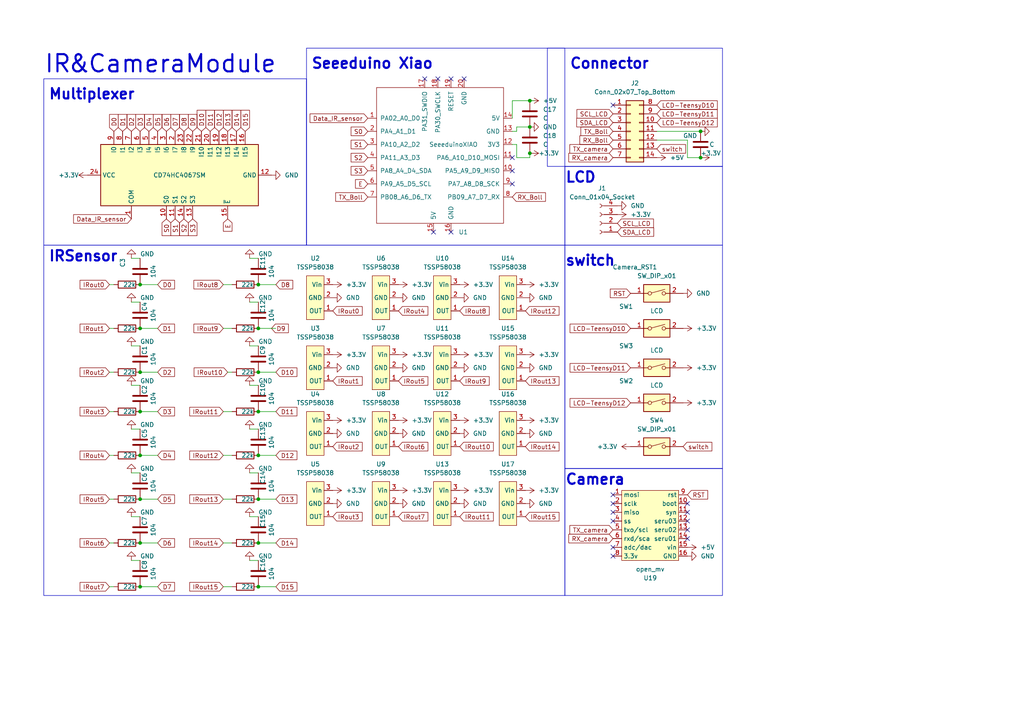
<source format=kicad_sch>
(kicad_sch (version 20230121) (generator eeschema)
  (paper "A4")
  (lib_symbols
    (symbol "74xx:CD74HC4067SM"
      (property "Reference" "U" (at -8.89 22.86 0))
      (property "Value" "CD74HC4067SM" (at 1.27 22.86 0))
      (symbol "CD74HC4067SM_1_1"
        (pin passive line (at -12.7 12.7 0) (length 3.81) (name "COM") (number "1"))
        (pin input line (at -12.7 2.54 0) (length 3.81) (name "S0") (number "10"))
        (pin input line (at -12.7 0 0) (length 3.81) (name "S1") (number "11"))
        (pin power_in line (at 0 -27.94 90) (length 3.81) (name "GND") (number "12"))
        (pin input line (at -12.7 -5.08 0) (length 3.81) (name "S3") (number "13"))
        (pin input line (at -12.7 -2.54 0) (length 3.81) (name "S2") (number "14"))
        (pin input line (at -12.7 -15.24 0) (length 3.81) (name "~{E}") (number "15"))
        (pin passive line (at 12.7 -20.32 180) (length 3.81) (name "I15") (number "16"))
        (pin passive line (at 12.7 -17.78 180) (length 3.81) (name "I14") (number "17"))
        (pin passive line (at 12.7 -15.24 180) (length 3.81) (name "I13") (number "18"))
        (pin passive line (at 12.7 -12.7 180) (length 3.81) (name "I12") (number "19"))
        (pin passive line (at 12.7 0 180) (length 3.81) (name "I7") (number "2"))
        (pin passive line (at 12.7 -10.16 180) (length 3.81) (name "I11") (number "20"))
        (pin passive line (at 12.7 -7.62 180) (length 3.81) (name "I10") (number "21"))
        (pin passive line (at 12.7 -5.08 180) (length 3.81) (name "I9") (number "22"))
        (pin passive line (at 12.7 -2.54 180) (length 3.81) (name "I8") (number "23"))
        (pin power_in line (at 0 25.4 270) (length 3.81) (name "VCC") (number "24"))
        (pin passive line (at 12.7 2.54 180) (length 3.81) (name "I6") (number "3"))
        (pin passive line (at 12.7 5.08 180) (length 3.81) (name "I5") (number "4"))
        (pin passive line (at 12.7 7.62 180) (length 3.81) (name "I4") (number "5"))
        (pin passive line (at 12.7 10.16 180) (length 3.81) (name "I3") (number "6"))
        (pin passive line (at 12.7 12.7 180) (length 3.81) (name "I2") (number "7"))
        (pin passive line (at 12.7 15.24 180) (length 3.81) (name "I1") (number "8"))
        (pin passive line (at 12.7 17.78 180) (length 3.81) (name "I0") (number "9"))
      )
    )
    (symbol "Connector:Conn_01x04_Socket" (pin_names (offset 1.016) hide)
      (property "Reference" "J" (at 0 5.08 0))
      (property "Value" "Conn_01x04_Socket" (at 0 -7.62 0))
      (symbol "Conn_01x04_Socket_1_1"
        (pin passive line (at -5.08 2.54 0) (length 3.81) (name "Pin_1") (number "1"))
        (pin passive line (at -5.08 0 0) (length 3.81) (name "Pin_2") (number "2"))
        (pin passive line (at -5.08 -2.54 0) (length 3.81) (name "Pin_3") (number "3"))
        (pin passive line (at -5.08 -5.08 0) (length 3.81) (name "Pin_4") (number "4"))
      )
    )
    (symbol "Connector_Generic:Conn_02x07_Top_Bottom" (pin_names (offset 1.016) hide)
      (property "Reference" "J" (at 1.27 10.16 0))
      (property "Value" "Conn_02x07_Top_Bottom" (at 1.27 -10.16 0))
      (symbol "Conn_02x07_Top_Bottom_1_1"
        (pin passive line (at -5.08 7.62 0) (length 3.81) (name "Pin_1") (number "1"))
        (pin passive line (at 7.62 2.54 180) (length 3.81) (name "Pin_10") (number "10"))
        (pin passive line (at 7.62 0 180) (length 3.81) (name "Pin_11") (number "11"))
        (pin passive line (at 7.62 -2.54 180) (length 3.81) (name "Pin_12") (number "12"))
        (pin passive line (at 7.62 -5.08 180) (length 3.81) (name "Pin_13") (number "13"))
        (pin passive line (at 7.62 -7.62 180) (length 3.81) (name "Pin_14") (number "14"))
        (pin passive line (at -5.08 5.08 0) (length 3.81) (name "Pin_2") (number "2"))
        (pin passive line (at -5.08 2.54 0) (length 3.81) (name "Pin_3") (number "3"))
        (pin passive line (at -5.08 0 0) (length 3.81) (name "Pin_4") (number "4"))
        (pin passive line (at -5.08 -2.54 0) (length 3.81) (name "Pin_5") (number "5"))
        (pin passive line (at -5.08 -5.08 0) (length 3.81) (name "Pin_6") (number "6"))
        (pin passive line (at -5.08 -7.62 0) (length 3.81) (name "Pin_7") (number "7"))
        (pin passive line (at 7.62 7.62 180) (length 3.81) (name "Pin_8") (number "8"))
        (pin passive line (at 7.62 5.08 180) (length 3.81) (name "Pin_9") (number "9"))
      )
    )
    (symbol "Device:C" (pin_numbers hide) (pin_names (offset 0.254))
      (property "Reference" "C" (at 0.635 2.54 0))
      (property "Value" "C" (at 0.635 -2.54 0))
      (symbol "C_1_1"
        (pin passive line (at 0 3.81 270) (length 2.794) (name "~") (number "1"))
        (pin passive line (at 0 -3.81 90) (length 2.794) (name "~") (number "2"))
      )
    )
    (symbol "Device:R" (pin_numbers hide) (pin_names (offset 0))
      (property "Reference" "R" (at 2.032 0 90))
      (property "Value" "R" (at 0 0 90))
      (symbol "R_1_1"
        (pin passive line (at 0 3.81 270) (length 1.27) (name "~") (number "1"))
        (pin passive line (at 0 -3.81 90) (length 1.27) (name "~") (number "2"))
      )
    )
    (symbol "Seeeduino XIAO:SeeeduinoXIAO" (pin_names (offset 1.016))
      (property "Reference" "U" (at -19.05 22.86 0))
      (property "Value" "SeeeduinoXIAO" (at -12.7 21.59 0))
      (symbol "SeeeduinoXIAO_1_1"
        (pin unspecified line (at -21.59 11.43 0) (length 2.54) (name "PA02_A0_D0") (number "1"))
        (pin unspecified line (at 20.32 -3.81 180) (length 2.54) (name "PA5_A9_D9_MISO") (number "10"))
        (pin unspecified line (at 20.32 0 180) (length 2.54) (name "PA6_A10_D10_MOSI") (number "11"))
        (pin unspecified line (at 20.32 3.81 180) (length 2.54) (name "3V3") (number "12"))
        (pin unspecified line (at 20.32 7.62 180) (length 2.54) (name "GND") (number "13"))
        (pin unspecified line (at 20.32 11.43 180) (length 2.54) (name "5V") (number "14"))
        (pin input line (at -2.54 -21.59 90) (length 2.54) (name "5V") (number "15"))
        (pin input line (at 2.54 -21.59 90) (length 2.54) (name "GND") (number "16"))
        (pin input line (at -5.08 22.86 270) (length 2.54) (name "PA31_SWDIO") (number "17"))
        (pin input line (at -1.27 22.86 270) (length 2.54) (name "PA30_SWCLK") (number "18"))
        (pin input line (at 2.54 22.86 270) (length 2.54) (name "RESET") (number "19"))
        (pin unspecified line (at -21.59 7.62 0) (length 2.54) (name "PA4_A1_D1") (number "2"))
        (pin input line (at 6.35 22.86 270) (length 2.54) (name "GND") (number "20"))
        (pin unspecified line (at -21.59 3.81 0) (length 2.54) (name "PA10_A2_D2") (number "3"))
        (pin unspecified line (at -21.59 0 0) (length 2.54) (name "PA11_A3_D3") (number "4"))
        (pin unspecified line (at -21.59 -3.81 0) (length 2.54) (name "PA8_A4_D4_SDA") (number "5"))
        (pin unspecified line (at -21.59 -7.62 0) (length 2.54) (name "PA9_A5_D5_SCL") (number "6"))
        (pin unspecified line (at -21.59 -11.43 0) (length 2.54) (name "PB08_A6_D6_TX") (number "7"))
        (pin unspecified line (at 20.32 -11.43 180) (length 2.54) (name "PB09_A7_D7_RX") (number "8"))
        (pin unspecified line (at 20.32 -7.62 180) (length 2.54) (name "PA7_A8_D8_SCK") (number "9"))
      )
    )
    (symbol "Switch:SW_DIP_x01" (pin_names (offset 0) hide)
      (property "Reference" "SW" (at 0 3.81 0))
      (property "Value" "SW_DIP_x01" (at 0 -3.81 0))
      (symbol "SW_DIP_x01_1_1"
        (pin passive line (at -7.62 0 0) (length 5.08) (name "~") (number "1"))
        (pin passive line (at 7.62 0 180) (length 5.08) (name "~") (number "2"))
      )
    )
    (symbol "TSSP58038_2"
      (property "Reference" "U2" (at 11.43 2.54 90))
      (property "Value" "TSSP58038" (at 8.89 2.54 90))
      (symbol "TSSP58038_2_1_1"
        (pin output line (at -3.81 -2.54 90) (length 2.54) (name "OUT") (number "1"))
        (pin input line (at 0 -2.54 90) (length 2.54) (name "GND") (number "2"))
        (pin power_in line (at 3.81 -2.54 90) (length 2.54) (name "Vin") (number "3"))
      )
    )
    (symbol "open_mv:open_mv"
      (property "Reference" "U19" (at -0.635 -25.4 0))
      (property "Value" "open_mv" (at -0.635 -22.86 0))
      (symbol "open_mv_1_0"
        (pin bidirectional line (at 10.16 -8.89 180) (length 2.54) (name "seru03") (number "12"))
      )
      (symbol "open_mv_1_1"
        (pin bidirectional line (at -11.43 -1.27 0) (length 2.54) (name "mosi") (number "1"))
        (pin bidirectional line (at 10.16 -3.81 180) (length 2.54) (name "boot") (number "10"))
        (pin bidirectional line (at 10.16 -6.35 180) (length 2.54) (name "syn") (number "11"))
        (pin bidirectional line (at 10.16 -11.43 180) (length 2.54) (name "seru02") (number "13"))
        (pin bidirectional line (at 10.16 -13.97 180) (length 2.54) (name "seru01") (number "14"))
        (pin power_out line (at 10.16 -16.51 180) (length 2.54) (name "vin") (number "15"))
        (pin bidirectional line (at 10.16 -19.05 180) (length 2.54) (name "GND") (number "16"))
        (pin bidirectional line (at -11.43 -3.81 0) (length 2.54) (name "sclk") (number "2"))
        (pin bidirectional line (at -11.43 -6.35 0) (length 2.54) (name "miso") (number "3"))
        (pin bidirectional line (at -11.43 -8.89 0) (length 2.54) (name "ss") (number "4"))
        (pin bidirectional line (at -11.43 -11.43 0) (length 2.54) (name "txo/scl") (number "5"))
        (pin bidirectional line (at -11.43 -13.97 0) (length 2.54) (name "rxd/sca") (number "6"))
        (pin bidirectional line (at -11.43 -16.51 0) (length 2.54) (name "adc/dac") (number "7"))
        (pin power_out line (at -11.43 -19.05 0) (length 2.54) (name "3.3v") (number "8"))
        (pin bidirectional line (at 10.16 -1.27 180) (length 2.54) (name "rst") (number "9"))
      )
    )
    (symbol "power:+3.3V" (power) (pin_names (offset 0))
      (property "Value" "+3.3V" (at 0 3.556 0))
      (symbol "+3.3V_1_1"
        (pin power_in line (at 0 0 90) (length 0) hide (name "+3.3V") (number "1"))
      )
    )
    (symbol "power:+5V" (power) (pin_names (offset 0))
      (property "Value" "+5V" (at 0 3.556 0))
      (symbol "+5V_1_1"
        (pin power_in line (at 0 0 90) (length 0) hide (name "+5V") (number "1"))
      )
    )
    (symbol "power:GND" (power) (pin_names (offset 0))
      (property "Value" "GND" (at 0 -3.81 0))
      (symbol "GND_1_1"
        (pin power_in line (at 0 0 270) (length 0) hide (name "GND") (number "1"))
      )
    )
  )
  (junction (at 74.93 82.55))
  (junction (at 74.93 170.18))
  (junction (at 74.93 144.78))
  (junction (at 153.67 44.45))
  (junction (at 153.67 29.21))
  (junction (at 74.93 157.48))
  (junction (at 40.64 107.95))
  (junction (at 40.64 119.38))
  (junction (at 40.64 157.48))
  (junction (at 40.64 132.08))
  (junction (at 74.93 119.38))
  (junction (at 40.64 170.18))
  (junction (at 74.93 95.25))
  (junction (at 153.67 36.83))
  (junction (at 203.2 45.72))
  (junction (at 40.64 95.25))
  (junction (at 40.64 144.78))
  (junction (at 74.93 107.95))
  (junction (at 74.93 132.08))
  (junction (at 203.2 38.1))
  (junction (at 40.64 82.55))
  (no_connect (at 199.39 153.67))
  (no_connect (at 130.81 67.31))
  (no_connect (at 134.62 22.86))
  (no_connect (at 177.8 161.29))
  (no_connect (at 148.59 53.34))
  (no_connect (at 177.8 148.59))
  (no_connect (at 130.81 22.86))
  (no_connect (at 148.59 49.53))
  (no_connect (at 199.39 148.59))
  (no_connect (at 177.8 30.48))
  (no_connect (at 177.8 146.05))
  (no_connect (at 127 22.86))
  (no_connect (at 177.8 158.75))
  (no_connect (at 148.59 45.72))
  (no_connect (at 199.39 146.05))
  (no_connect (at 125.73 67.31))
  (no_connect (at 177.8 143.51))
  (no_connect (at 199.39 156.21))
  (no_connect (at 199.39 151.13))
  (no_connect (at 177.8 151.13))
  (no_connect (at 123.19 22.86))
  (wire (pts (xy 31.75 107.95) (xy 33.02 107.95)))
  (wire (pts (xy 149.86 41.91) (xy 149.86 45.72)))
  (wire (pts (xy 64.77 132.08) (xy 67.31 132.08)))
  (wire (pts (xy 31.75 132.08) (xy 33.02 132.08)))
  (wire (pts (xy 74.93 157.48) (xy 80.01 157.48)))
  (wire (pts (xy 149.86 38.1) (xy 148.59 38.1)))
  (wire (pts (xy 38.1 137.16) (xy 40.64 137.16)))
  (wire (pts (xy 31.75 170.18) (xy 33.02 170.18)))
  (wire (pts (xy 148.59 41.91) (xy 149.86 41.91)))
  (wire (pts (xy 64.77 157.48) (xy 67.31 157.48)))
  (wire (pts (xy 72.39 100.33) (xy 74.93 100.33)))
  (wire (pts (xy 74.93 132.08) (xy 80.01 132.08)))
  (wire (pts (xy 64.77 144.78) (xy 67.31 144.78)))
  (wire (pts (xy 72.39 137.16) (xy 74.93 137.16)))
  (wire (pts (xy 38.1 87.63) (xy 40.64 87.63)))
  (wire (pts (xy 64.77 95.25) (xy 67.31 95.25)))
  (wire (pts (xy 31.75 144.78) (xy 33.02 144.78)))
  (wire (pts (xy 199.39 40.64) (xy 199.39 45.72)))
  (wire (pts (xy 64.77 119.38) (xy 67.31 119.38)))
  (wire (pts (xy 38.1 100.33) (xy 40.64 100.33)))
  (wire (pts (xy 74.93 95.25) (xy 80.01 95.25)))
  (wire (pts (xy 38.1 111.76) (xy 40.64 111.76)))
  (wire (pts (xy 40.64 157.48) (xy 45.72 157.48)))
  (wire (pts (xy 40.64 170.18) (xy 45.72 170.18)))
  (wire (pts (xy 40.64 82.55) (xy 45.72 82.55)))
  (wire (pts (xy 148.59 29.21) (xy 153.67 29.21)))
  (wire (pts (xy 38.1 74.93) (xy 40.64 74.93)))
  (wire (pts (xy 72.39 74.93) (xy 74.93 74.93)))
  (wire (pts (xy 40.64 119.38) (xy 45.72 119.38)))
  (wire (pts (xy 72.39 162.56) (xy 74.93 162.56)))
  (wire (pts (xy 154.94 29.21) (xy 153.67 29.21)))
  (wire (pts (xy 38.1 162.56) (xy 40.64 162.56)))
  (wire (pts (xy 31.75 82.55) (xy 33.02 82.55)))
  (wire (pts (xy 190.5 40.64) (xy 199.39 40.64)))
  (wire (pts (xy 74.93 144.78) (xy 80.01 144.78)))
  (wire (pts (xy 148.59 29.21) (xy 148.59 34.29)))
  (wire (pts (xy 38.1 149.86) (xy 40.64 149.86)))
  (wire (pts (xy 149.86 36.83) (xy 149.86 38.1)))
  (wire (pts (xy 72.39 124.46) (xy 74.93 124.46)))
  (wire (pts (xy 66.04 107.95) (xy 67.31 107.95)))
  (wire (pts (xy 40.64 107.95) (xy 45.72 107.95)))
  (wire (pts (xy 74.93 107.95) (xy 80.01 107.95)))
  (wire (pts (xy 74.93 82.55) (xy 80.01 82.55)))
  (wire (pts (xy 153.67 36.83) (xy 149.86 36.83)))
  (wire (pts (xy 40.64 95.25) (xy 45.72 95.25)))
  (wire (pts (xy 38.1 124.46) (xy 40.64 124.46)))
  (wire (pts (xy 31.75 119.38) (xy 33.02 119.38)))
  (wire (pts (xy 64.77 170.18) (xy 67.31 170.18)))
  (wire (pts (xy 74.93 119.38) (xy 80.01 119.38)))
  (wire (pts (xy 72.39 111.76) (xy 74.93 111.76)))
  (wire (pts (xy 64.77 82.55) (xy 67.31 82.55)))
  (wire (pts (xy 199.39 45.72) (xy 203.2 45.72)))
  (wire (pts (xy 40.64 144.78) (xy 45.72 144.78)))
  (wire (pts (xy 153.67 45.72) (xy 153.67 44.45)))
  (wire (pts (xy 149.86 45.72) (xy 153.67 45.72)))
  (wire (pts (xy 40.64 132.08) (xy 45.72 132.08)))
  (wire (pts (xy 72.39 149.86) (xy 74.93 149.86)))
  (wire (pts (xy 190.5 38.1) (xy 203.2 38.1)))
  (wire (pts (xy 72.39 87.63) (xy 74.93 87.63)))
  (wire (pts (xy 31.75 95.25) (xy 33.02 95.25)))
  (wire (pts (xy 31.75 157.48) (xy 33.02 157.48)))
  (wire (pts (xy 74.93 170.18) (xy 80.01 170.18)))
  (rectangle (start 163.83 71.12) (end 209.55 135.89))
  (rectangle (start 158.75 13.97) (end 209.55 48.26))
  (rectangle (start 12.7 71.12) (end 163.83 172.72))
  (rectangle (start 12.7 22.86) (end 88.9 71.12))
  (rectangle (start 88.9 13.97) (end 163.83 71.12))
  (rectangle (start 163.83 135.89) (end 209.55 172.72))
  (rectangle (start 163.83 48.26) (end 209.55 71.12))
  (text "LCD\n" (at 163.83 53.34 0) (effects (font (size 3 3) (thickness 0.6) bold) (justify left bottom)))
  (text "switch\n" (at 163.83 77.47 0) (effects (font (size 3 3) (thickness 0.6) bold) (justify left bottom)))
  (text "Multiplexer\n" (at 13.97 29.21 0) (effects (font (size 3 3) (thickness 0.6) bold) (justify left bottom)))
  (text "Camera" (at 163.83 140.97 0) (effects (font (size 3 3) (thickness 0.6) bold) (justify left bottom)))
  (text "IRSensor" (at 13.97 76.2 0) (effects (font (size 3 3) (thickness 0.6) bold) (justify left bottom)))
  (text "Connector\n" (at 165.1 20.32 0) (effects (font (size 3 3) (thickness 0.6) bold) (justify left bottom)))
  (text "Seeeduino Xiao" (at 90.17 20.32 0) (effects (font (size 3 3) (thickness 0.6) bold) (justify left bottom)))
  (text "IR＆CameraModule" (at 12.7 21.59 0) (effects (font (size 5 5) (thickness 0.6) bold) (justify left bottom)))
  (global_label "D2" (shape input) (at 38.1 38.1 90) (property "Intersheetrefs" "${INTERSHEET_REFS}" (effects hide)))
  (global_label "RX_Boll" (shape input) (at 177.8 40.64 180) (property "Intersheetrefs" "${INTERSHEET_REFS}" (effects hide)))
  (global_label "D9" (shape input) (at 55.88 38.1 90) (property "Intersheetrefs" "${INTERSHEET_REFS}" (effects hide)))
  (global_label "TX_camera" (shape input) (at 177.8 43.18 180) (property "Intersheetrefs" "${INTERSHEET_REFS}" (effects hide)))
  (global_label "S0" (shape input) (at 106.68 38.1 180) (property "Intersheetrefs" "${INTERSHEET_REFS}" (effects hide)))
  (global_label "D1" (shape input) (at 35.56 38.1 90) (property "Intersheetrefs" "${INTERSHEET_REFS}" (effects hide)))
  (global_label "IRout12" (shape input) (at 152.4 90.17 0) (property "Intersheetrefs" "${INTERSHEET_REFS}" (effects hide)))
  (global_label "IRout9" (shape input) (at 133.35 110.49 0) (property "Intersheetrefs" "${INTERSHEET_REFS}" (effects hide)))
  (global_label "E" (shape input) (at 66.04 63.5 270) (property "Intersheetrefs" "${INTERSHEET_REFS}" (effects hide)))
  (global_label "SCL_LCD" (shape input) (at 179.07 64.77 0) (property "Intersheetrefs" "${INTERSHEET_REFS}" (effects hide)))
  (global_label "D12" (shape input) (at 63.5 38.1 90) (property "Intersheetrefs" "${INTERSHEET_REFS}" (effects hide)))
  (global_label "RST" (shape input) (at 199.39 143.51 0) (property "Intersheetrefs" "${INTERSHEET_REFS}" (effects hide)))
  (global_label "IRout9" (shape input) (at 64.77 95.25 180) (property "Intersheetrefs" "${INTERSHEET_REFS}" (effects hide)))
  (global_label "D12" (shape input) (at 80.01 132.08 0) (property "Intersheetrefs" "${INTERSHEET_REFS}" (effects hide)))
  (global_label "D10" (shape input) (at 58.42 38.1 90) (property "Intersheetrefs" "${INTERSHEET_REFS}" (effects hide)))
  (global_label "D13" (shape input) (at 80.01 144.78 0) (property "Intersheetrefs" "${INTERSHEET_REFS}" (effects hide)))
  (global_label "IRout10" (shape input) (at 133.35 129.54 0) (property "Intersheetrefs" "${INTERSHEET_REFS}" (effects hide)))
  (global_label "E" (shape input) (at 106.68 53.34 180) (property "Intersheetrefs" "${INTERSHEET_REFS}" (effects hide)))
  (global_label "D0" (shape input) (at 33.02 38.1 90) (property "Intersheetrefs" "${INTERSHEET_REFS}" (effects hide)))
  (global_label "IRout4" (shape input) (at 115.57 90.17 0) (property "Intersheetrefs" "${INTERSHEET_REFS}" (effects hide)))
  (global_label "SCL_LCD" (shape input) (at 177.8 33.02 180) (property "Intersheetrefs" "${INTERSHEET_REFS}" (effects hide)))
  (global_label "D8" (shape input) (at 80.01 82.55 0) (property "Intersheetrefs" "${INTERSHEET_REFS}" (effects hide)))
  (global_label "IRout13" (shape input) (at 152.4 110.49 0) (property "Intersheetrefs" "${INTERSHEET_REFS}" (effects hide)))
  (global_label "S3" (shape input) (at 106.68 49.53 180) (property "Intersheetrefs" "${INTERSHEET_REFS}" (effects hide)))
  (global_label "D5" (shape input) (at 45.72 144.78 0) (property "Intersheetrefs" "${INTERSHEET_REFS}" (effects hide)))
  (global_label "LCD-TeensyD10" (shape input) (at 182.88 95.25 180) (property "Intersheetrefs" "${INTERSHEET_REFS}" (effects hide)))
  (global_label "D6" (shape input) (at 45.72 157.48 0) (property "Intersheetrefs" "${INTERSHEET_REFS}" (effects hide)))
  (global_label "D1" (shape input) (at 45.72 95.25 0) (property "Intersheetrefs" "${INTERSHEET_REFS}" (effects hide)))
  (global_label "SDA_LCD" (shape input) (at 179.07 67.31 0) (property "Intersheetrefs" "${INTERSHEET_REFS}" (effects hide)))
  (global_label "IRout6" (shape input) (at 31.75 157.48 180) (property "Intersheetrefs" "${INTERSHEET_REFS}" (effects hide)))
  (global_label "Data_IR_sensor" (shape input) (at 106.68 34.29 180) (property "Intersheetrefs" "${INTERSHEET_REFS}" (effects hide)))
  (global_label "D4" (shape input) (at 45.72 132.08 0) (property "Intersheetrefs" "${INTERSHEET_REFS}" (effects hide)))
  (global_label "S2" (shape input) (at 106.68 45.72 180) (property "Intersheetrefs" "${INTERSHEET_REFS}" (effects hide)))
  (global_label "IRout2" (shape input) (at 31.75 107.95 180) (property "Intersheetrefs" "${INTERSHEET_REFS}" (effects hide)))
  (global_label "IRout8" (shape input) (at 133.35 90.17 0) (property "Intersheetrefs" "${INTERSHEET_REFS}" (effects hide)))
  (global_label "IRout4" (shape input) (at 31.75 132.08 180) (property "Intersheetrefs" "${INTERSHEET_REFS}" (effects hide)))
  (global_label "IRout15" (shape input) (at 152.4 149.86 0) (property "Intersheetrefs" "${INTERSHEET_REFS}" (effects hide)))
  (global_label "D14" (shape input) (at 80.01 157.48 0) (property "Intersheetrefs" "${INTERSHEET_REFS}" (effects hide)))
  (global_label "S1" (shape input) (at 50.8 63.5 270) (property "Intersheetrefs" "${INTERSHEET_REFS}" (effects hide)))
  (global_label "switch" (shape input) (at 198.12 129.54 0) (property "Intersheetrefs" "${INTERSHEET_REFS}" (effects hide)))
  (global_label "D10" (shape input) (at 80.01 107.95 0) (property "Intersheetrefs" "${INTERSHEET_REFS}" (effects hide)))
  (global_label "IRout7" (shape input) (at 115.57 149.86 0) (property "Intersheetrefs" "${INTERSHEET_REFS}" (effects hide)))
  (global_label "IRout7" (shape input) (at 31.75 170.18 180) (property "Intersheetrefs" "${INTERSHEET_REFS}" (effects hide)))
  (global_label "D13" (shape input) (at 66.04 38.1 90) (property "Intersheetrefs" "${INTERSHEET_REFS}" (effects hide)))
  (global_label "IRout3" (shape input) (at 31.75 119.38 180) (property "Intersheetrefs" "${INTERSHEET_REFS}" (effects hide)))
  (global_label "IRout8" (shape input) (at 64.77 82.55 180) (property "Intersheetrefs" "${INTERSHEET_REFS}" (effects hide)))
  (global_label "IRout1" (shape input) (at 96.52 110.49 0) (property "Intersheetrefs" "${INTERSHEET_REFS}" (effects hide)))
  (global_label "RX_camera" (shape input) (at 177.8 156.21 180) (property "Intersheetrefs" "${INTERSHEET_REFS}" (effects hide)))
  (global_label "TX_Boll" (shape input) (at 177.8 38.1 180) (property "Intersheetrefs" "${INTERSHEET_REFS}" (effects hide)))
  (global_label "S3" (shape input) (at 55.88 63.5 270) (property "Intersheetrefs" "${INTERSHEET_REFS}" (effects hide)))
  (global_label "D7" (shape input) (at 50.8 38.1 90) (property "Intersheetrefs" "${INTERSHEET_REFS}" (effects hide)))
  (global_label "IRout2" (shape input) (at 96.52 129.54 0) (property "Intersheetrefs" "${INTERSHEET_REFS}" (effects hide)))
  (global_label "Data_IR_sensor" (shape input) (at 38.1 63.5 180) (property "Intersheetrefs" "${INTERSHEET_REFS}" (effects hide)))
  (global_label "D11" (shape input) (at 80.01 119.38 0) (property "Intersheetrefs" "${INTERSHEET_REFS}" (effects hide)))
  (global_label "D15" (shape input) (at 71.12 38.1 90) (property "Intersheetrefs" "${INTERSHEET_REFS}" (effects hide)))
  (global_label "D3" (shape input) (at 40.64 38.1 90) (property "Intersheetrefs" "${INTERSHEET_REFS}" (effects hide)))
  (global_label "IRout14" (shape input) (at 152.4 129.54 0) (property "Intersheetrefs" "${INTERSHEET_REFS}" (effects hide)))
  (global_label "LCD-TeensyD11" (shape input) (at 182.88 106.68 180) (property "Intersheetrefs" "${INTERSHEET_REFS}" (effects hide)))
  (global_label "D11" (shape input) (at 60.96 38.1 90) (property "Intersheetrefs" "${INTERSHEET_REFS}" (effects hide)))
  (global_label "switch" (shape input) (at 190.5 43.18 0) (property "Intersheetrefs" "${INTERSHEET_REFS}" (effects hide)))
  (global_label "IRout5" (shape input) (at 31.75 144.78 180) (property "Intersheetrefs" "${INTERSHEET_REFS}" (effects hide)))
  (global_label "D5" (shape input) (at 45.72 38.1 90) (property "Intersheetrefs" "${INTERSHEET_REFS}" (effects hide)))
  (global_label "LCD-TeensyD12" (shape input) (at 190.5 35.56 0) (property "Intersheetrefs" "${INTERSHEET_REFS}" (effects hide)))
  (global_label "D3" (shape input) (at 45.72 119.38 0) (property "Intersheetrefs" "${INTERSHEET_REFS}" (effects hide)))
  (global_label "RX_camera" (shape input) (at 177.8 45.72 180) (property "Intersheetrefs" "${INTERSHEET_REFS}" (effects hide)))
  (global_label "IRout6" (shape input) (at 115.57 129.54 0) (property "Intersheetrefs" "${INTERSHEET_REFS}" (effects hide)))
  (global_label "IRout3" (shape input) (at 96.52 149.86 0) (property "Intersheetrefs" "${INTERSHEET_REFS}" (effects hide)))
  (global_label "D4" (shape input) (at 43.18 38.1 90) (property "Intersheetrefs" "${INTERSHEET_REFS}" (effects hide)))
  (global_label "IRout0" (shape input) (at 96.52 90.17 0) (property "Intersheetrefs" "${INTERSHEET_REFS}" (effects hide)))
  (global_label "IRout0" (shape input) (at 31.75 82.55 180) (property "Intersheetrefs" "${INTERSHEET_REFS}" (effects hide)))
  (global_label "S2" (shape input) (at 53.34 63.5 270) (property "Intersheetrefs" "${INTERSHEET_REFS}" (effects hide)))
  (global_label "IRout12" (shape input) (at 64.77 132.08 180) (property "Intersheetrefs" "${INTERSHEET_REFS}" (effects hide)))
  (global_label "SDA_LCD" (shape input) (at 177.8 35.56 180) (property "Intersheetrefs" "${INTERSHEET_REFS}" (effects hide)))
  (global_label "D7" (shape input) (at 45.72 170.18 0) (property "Intersheetrefs" "${INTERSHEET_REFS}" (effects hide)))
  (global_label "IRout13" (shape input) (at 64.77 144.78 180) (property "Intersheetrefs" "${INTERSHEET_REFS}" (effects hide)))
  (global_label "D9" (shape input) (at 78.74 95.25 0) (property "Intersheetrefs" "${INTERSHEET_REFS}" (effects hide)))
  (global_label "IRout10" (shape input) (at 66.04 107.95 180) (property "Intersheetrefs" "${INTERSHEET_REFS}" (effects hide)))
  (global_label "D14" (shape input) (at 68.58 38.1 90) (property "Intersheetrefs" "${INTERSHEET_REFS}" (effects hide)))
  (global_label "IRout1" (shape input) (at 31.75 95.25 180) (property "Intersheetrefs" "${INTERSHEET_REFS}" (effects hide)))
  (global_label "LCD-TeensyD12" (shape input) (at 182.88 116.84 180) (property "Intersheetrefs" "${INTERSHEET_REFS}" (effects hide)))
  (global_label "IRout15" (shape input) (at 64.77 170.18 180) (property "Intersheetrefs" "${INTERSHEET_REFS}" (effects hide)))
  (global_label "S1" (shape input) (at 106.68 41.91 180) (property "Intersheetrefs" "${INTERSHEET_REFS}" (effects hide)))
  (global_label "IRout14" (shape input) (at 64.77 157.48 180) (property "Intersheetrefs" "${INTERSHEET_REFS}" (effects hide)))
  (global_label "D8" (shape input) (at 53.34 38.1 90) (property "Intersheetrefs" "${INTERSHEET_REFS}" (effects hide)))
  (global_label "D2" (shape input) (at 45.72 107.95 0) (property "Intersheetrefs" "${INTERSHEET_REFS}" (effects hide)))
  (global_label "IRout5" (shape input) (at 115.57 110.49 0) (property "Intersheetrefs" "${INTERSHEET_REFS}" (effects hide)))
  (global_label "RST" (shape input) (at 182.88 85.09 180) (property "Intersheetrefs" "${INTERSHEET_REFS}" (effects hide)))
  (global_label "TX_Boll" (shape input) (at 106.68 57.15 180) (property "Intersheetrefs" "${INTERSHEET_REFS}" (effects hide)))
  (global_label "LCD-TeensyD10" (shape input) (at 190.5 30.48 0) (property "Intersheetrefs" "${INTERSHEET_REFS}" (effects hide)))
  (global_label "D0" (shape input) (at 45.72 82.55 0) (property "Intersheetrefs" "${INTERSHEET_REFS}" (effects hide)))
  (global_label "LCD-TeensyD11" (shape input) (at 190.5 33.02 0) (property "Intersheetrefs" "${INTERSHEET_REFS}" (effects hide)))
  (global_label "S0" (shape input) (at 48.26 63.5 270) (property "Intersheetrefs" "${INTERSHEET_REFS}" (effects hide)))
  (global_label "D15" (shape input) (at 80.01 170.18 0) (property "Intersheetrefs" "${INTERSHEET_REFS}" (effects hide)))
  (global_label "D6" (shape input) (at 48.26 38.1 90) (property "Intersheetrefs" "${INTERSHEET_REFS}" (effects hide)))
  (global_label "IRout11" (shape input) (at 64.77 119.38 180) (property "Intersheetrefs" "${INTERSHEET_REFS}" (effects hide)))
  (global_label "RX_Boll" (shape input) (at 148.59 57.15 0) (property "Intersheetrefs" "${INTERSHEET_REFS}" (effects hide)))
  (global_label "TX_camera" (shape input) (at 177.8 153.67 180) (property "Intersheetrefs" "${INTERSHEET_REFS}" (effects hide)))
  (global_label "IRout11" (shape input) (at 133.35 149.86 0) (property "Intersheetrefs" "${INTERSHEET_REFS}" (effects hide)))
  (symbol (lib_id "power:GND") (at 179.07 59.69 90) (unit 1)
    (property "Reference" "#PWR054" (effects hide))
    (property "Value" "GND" (at 182.88 59.69 90) (effects (justify right)))
  )
  (symbol (lib_id "Device:R") (at 36.83 95.25 270) (unit 1)
    (property "Reference" "R4" (effects hide))
    (property "Value" "22k" (at 39.37 95.25 90) (effects (justify right)))
    (property "Footprint" "Resistor_THT:R_Axial_DIN0204_L3.6mm_D1.6mm_P5.08mm_Vertical" (effects hide))
  )
  (symbol (lib_id "power:+3.3V") (at 198.12 106.68 270) (unit 1)
    (property "Reference" "#PWR061" (effects hide))
    (property "Value" "+3.3V" (at 201.93 106.68 90) (effects (justify left)))
  )
  (symbol (lib_id "Device:R") (at 71.12 170.18 270) (unit 1)
    (property "Reference" "R16" (effects hide))
    (property "Value" "22k" (at 73.66 170.18 90) (effects (justify right)))
    (property "Footprint" "Resistor_THT:R_Axial_DIN0204_L3.6mm_D1.6mm_P5.08mm_Vertical" (effects hide))
  )
  (symbol (lib_name "TSSP58038_2") (lib_id "ir_sensor:TSSP58038") (at 93.98 146.05 90) (unit 1)
    (property "Reference" "U5" (at 91.44 134.62 90))
    (property "Value" "TSSP58038" (at 91.44 137.16 90))
    (property "Footprint" "Connector_PinHeader_2.54mm:PinHeader_1x03_P2.54mm_Vertical" (effects hide))
  )
  (symbol (lib_id "power:GND") (at 72.39 162.56 180) (unit 1)
    (property "Reference" "#PWR044" (effects hide))
    (property "Value" "GND" (at 74.93 161.29 0) (effects (justify right)))
  )
  (symbol (lib_id "power:GND") (at 198.12 85.09 90) (unit 1)
    (property "Reference" "#PWR058" (effects hide))
    (property "Value" "GND" (at 201.93 85.09 90) (effects (justify right)))
  )
  (symbol (lib_id "power:GND") (at 199.39 161.29 90) (unit 1)
    (property "Reference" "#PWR056" (effects hide))
    (property "Value" "GND" (at 203.2 161.29 90) (effects (justify right)))
  )
  (symbol (lib_id "power:+3.3V") (at 182.88 129.54 90) (unit 1)
    (property "Reference" "#PWR064" (effects hide))
    (property "Value" "+3.3V" (at 179.07 129.54 90) (effects (justify left)))
  )
  (symbol (lib_id "Device:C") (at 40.64 115.57 180) (unit 1)
    (property "Reference" "C2" (at 41.91 113.03 90))
    (property "Value" "104" (at 44.45 115.57 90))
    (property "Footprint" "Capacitor_THT:C_Disc_D5.0mm_W2.5mm_P2.50mm" (effects hide))
  )
  (symbol (lib_id "power:+3.3V") (at 115.57 121.92 270) (unit 1)
    (property "Reference" "#PWR023" (effects hide))
    (property "Value" "+3.3V" (at 119.38 121.92 90) (effects (justify left)))
  )
  (symbol (lib_id "power:+3.3V") (at 133.35 142.24 270) (unit 1)
    (property "Reference" "#PWR035" (effects hide))
    (property "Value" "+3.3V" (at 137.16 142.24 90) (effects (justify left)))
  )
  (symbol (lib_id "power:GND") (at 38.1 100.33 180) (unit 1)
    (property "Reference" "#PWR03" (effects hide))
    (property "Value" "GND" (at 40.64 99.06 0) (effects (justify right)))
  )
  (symbol (lib_id "power:+5V") (at 199.39 158.75 270) (unit 1)
    (property "Reference" "#PWR057" (effects hide))
    (property "Value" "+5V" (at 203.2 158.75 90) (effects (justify left)))
  )
  (symbol (lib_id "power:GND") (at 152.4 146.05 90) (unit 1)
    (property "Reference" "#PWR052" (effects hide))
    (property "Value" "GND" (at 156.21 146.05 90) (effects (justify right)))
  )
  (symbol (lib_name "TSSP58038_2") (lib_id "ir_sensor:TSSP58038") (at 149.86 86.36 90) (unit 1)
    (property "Reference" "U14" (at 147.32 74.93 90))
    (property "Value" "TSSP58038" (at 147.32 77.47 90))
    (property "Footprint" "Connector_PinHeader_2.54mm:PinHeader_1x03_P2.54mm_Vertical" (effects hide))
  )
  (symbol (lib_id "Device:C") (at 40.64 104.14 180) (unit 1)
    (property "Reference" "C1" (at 41.91 101.6 90))
    (property "Value" "104" (at 44.45 104.14 90))
    (property "Footprint" "Capacitor_THT:C_Disc_D5.0mm_W2.5mm_P2.50mm" (effects hide))
  )
  (symbol (lib_id "power:GND") (at 203.2 38.1 90) (unit 1)
    (property "Reference" "#PWR062" (effects hide))
    (property "Value" "GND" (at 198.12 39.37 90) (effects (justify right)))
  )
  (symbol (lib_id "power:+3.3V") (at 152.4 121.92 270) (unit 1)
    (property "Reference" "#PWR049" (effects hide))
    (property "Value" "+3.3V" (at 156.21 121.92 90) (effects (justify left)))
  )
  (symbol (lib_id "Device:C") (at 74.93 140.97 180) (unit 1)
    (property "Reference" "C14" (at 76.2 138.43 90))
    (property "Value" "104" (at 78.74 140.97 90))
    (property "Footprint" "Capacitor_THT:C_Disc_D5.0mm_W2.5mm_P2.50mm" (effects hide))
  )
  (symbol (lib_id "Switch:SW_DIP_x01") (at 190.5 95.25 0) (unit 1)
    (property "Reference" "SW1" (at 181.61 88.9 0))
    (property "Value" "LCD" (at 190.5 90.17 0))
    (property "Footprint" "Button_Switch_THT:SW_PUSH_6mm_H5mm" (effects hide))
  )
  (symbol (lib_id "Device:R") (at 71.12 144.78 270) (unit 1)
    (property "Reference" "R14" (effects hide))
    (property "Value" "22k" (at 73.66 144.78 90) (effects (justify right)))
    (property "Footprint" "Resistor_THT:R_Axial_DIN0204_L3.6mm_D1.6mm_P5.08mm_Vertical" (effects hide))
  )
  (symbol (lib_id "power:GND") (at 152.4 125.73 90) (unit 1)
    (property "Reference" "#PWR050" (effects hide))
    (property "Value" "GND" (at 156.21 125.73 90) (effects (justify right)))
  )
  (symbol (lib_id "power:+3.3V") (at 25.4 50.8 90) (unit 1)
    (property "Reference" "#PWR028" (effects hide))
    (property "Value" "+3.3V" (at 22.86 50.8 90) (effects (justify left)))
  )
  (symbol (lib_id "Device:R") (at 36.83 157.48 270) (unit 1)
    (property "Reference" "R7" (effects hide))
    (property "Value" "22k" (at 39.37 157.48 90) (effects (justify right)))
    (property "Footprint" "Resistor_THT:R_Axial_DIN0204_L3.6mm_D1.6mm_P5.08mm_Vertical" (effects hide))
  )
  (symbol (lib_id "power:+3.3V") (at 133.35 102.87 270) (unit 1)
    (property "Reference" "#PWR031" (effects hide))
    (property "Value" "+3.3V" (at 137.16 102.87 90) (effects (justify left)))
  )
  (symbol (lib_name "TSSP58038_2") (lib_id "ir_sensor:TSSP58038") (at 113.03 106.68 90) (unit 1)
    (property "Reference" "U7" (at 110.49 95.25 90))
    (property "Value" "TSSP58038" (at 110.49 97.79 90))
    (property "Footprint" "Connector_PinHeader_2.54mm:PinHeader_1x03_P2.54mm_Vertical" (effects hide))
  )
  (symbol (lib_id "power:GND") (at 72.39 137.16 180) (unit 1)
    (property "Reference" "#PWR042" (effects hide))
    (property "Value" "GND" (at 74.93 135.89 0) (effects (justify right)))
  )
  (symbol (lib_id "Device:C") (at 153.67 33.02 0) (unit 1)
    (property "Reference" "C17" (at 157.48 31.75 0) (effects (justify left)))
    (property "Value" "C" (at 157.48 34.29 0) (effects (justify left)))
    (property "Footprint" "Capacitor_THT:C_Disc_D5.0mm_W2.5mm_P2.50mm" (effects hide))
  )
  (symbol (lib_id "power:+3.3V") (at 133.35 121.92 270) (unit 1)
    (property "Reference" "#PWR033" (effects hide))
    (property "Value" "+3.3V" (at 137.16 121.92 90) (effects (justify left)))
  )
  (symbol (lib_id "Device:C") (at 40.64 153.67 180) (unit 1)
    (property "Reference" "C7" (at 41.91 151.13 90))
    (property "Value" "104" (at 44.45 153.67 90))
    (property "Footprint" "Capacitor_THT:C_Disc_D5.0mm_W2.5mm_P2.50mm" (effects hide))
  )
  (symbol (lib_id "Device:C") (at 40.64 128.27 180) (unit 1)
    (property "Reference" "C5" (at 41.91 125.73 90))
    (property "Value" "104" (at 44.45 128.27 90))
    (property "Footprint" "Capacitor_THT:C_Disc_D5.0mm_W2.5mm_P2.50mm" (effects hide))
  )
  (symbol (lib_id "power:GND") (at 152.4 86.36 90) (unit 1)
    (property "Reference" "#PWR046" (effects hide))
    (property "Value" "GND" (at 156.21 86.36 90) (effects (justify right)))
  )
  (symbol (lib_id "Device:C") (at 203.2 41.91 0) (unit 1)
    (property "Reference" "C19" (effects hide))
    (property "Value" "C" (at 205.74 41.91 0) (effects (justify left)))
    (property "Footprint" "Capacitor_THT:C_Disc_D5.0mm_W2.5mm_P2.50mm" (effects hide))
  )
  (symbol (lib_id "Device:R") (at 71.12 107.95 270) (unit 1)
    (property "Reference" "R9" (effects hide))
    (property "Value" "22k" (at 73.66 107.95 90) (effects (justify right)))
    (property "Footprint" "Resistor_THT:R_Axial_DIN0204_L3.6mm_D1.6mm_P5.08mm_Vertical" (effects hide))
  )
  (symbol (lib_id "Device:R") (at 71.12 119.38 270) (unit 1)
    (property "Reference" "R10" (effects hide))
    (property "Value" "22k" (at 73.66 119.38 90) (effects (justify right)))
    (property "Footprint" "Resistor_THT:R_Axial_DIN0204_L3.6mm_D1.6mm_P5.08mm_Vertical" (effects hide))
  )
  (symbol (lib_id "power:+3.3V") (at 152.4 102.87 270) (unit 1)
    (property "Reference" "#PWR047" (effects hide))
    (property "Value" "+3.3V" (at 156.21 102.87 90) (effects (justify left)))
  )
  (symbol (lib_id "power:+3.3V") (at 152.4 142.24 270) (unit 1)
    (property "Reference" "#PWR051" (effects hide))
    (property "Value" "+3.3V" (at 156.21 142.24 90) (effects (justify left)))
  )
  (symbol (lib_id "power:+3.3V") (at 115.57 102.87 270) (unit 1)
    (property "Reference" "#PWR021" (effects hide))
    (property "Value" "+3.3V" (at 119.38 102.87 90) (effects (justify left)))
  )
  (symbol (lib_id "Device:C") (at 74.93 115.57 180) (unit 1)
    (property "Reference" "C10" (at 76.2 113.03 90))
    (property "Value" "104" (at 78.74 115.57 90))
    (property "Footprint" "Capacitor_THT:C_Disc_D5.0mm_W2.5mm_P2.50mm" (effects hide))
  )
  (symbol (lib_id "74xx:CD74HC4067SM") (at 50.8 50.8 90) (unit 1)
    (property "Reference" "U18" (effects hide))
    (property "Value" "CD74HC4067SM" (at 52.07 50.8 90))
    (property "Footprint" "Package_SO:SSOP-24_5.3x8.2mm_P0.65mm" (effects hide))
    (property "Datasheet" "http://www.ti.com/lit/ds/symlink/cd74hc4067.pdf" (effects hide))
  )
  (symbol (lib_id "Device:R") (at 36.83 132.08 270) (unit 1)
    (property "Reference" "R5" (effects hide))
    (property "Value" "22k" (at 39.37 132.08 90) (effects (justify right)))
    (property "Footprint" "Resistor_THT:R_Axial_DIN0204_L3.6mm_D1.6mm_P5.08mm_Vertical" (effects hide))
  )
  (symbol (lib_id "Device:C") (at 74.93 78.74 180) (unit 1)
    (property "Reference" "C11" (at 76.2 76.2 90))
    (property "Value" "104" (at 78.74 78.74 90))
    (property "Footprint" "Capacitor_THT:C_Disc_D5.0mm_W2.5mm_P2.50mm" (effects hide))
  )
  (symbol (lib_id "power:GND") (at 96.52 106.68 90) (unit 1)
    (property "Reference" "#PWR014" (effects hide))
    (property "Value" "GND" (at 100.33 106.68 90) (effects (justify right)))
  )
  (symbol (lib_id "power:GND") (at 133.35 125.73 90) (unit 1)
    (property "Reference" "#PWR034" (effects hide))
    (property "Value" "GND" (at 137.16 125.73 90) (effects (justify right)))
  )
  (symbol (lib_name "TSSP58038_2") (lib_id "ir_sensor:TSSP58038") (at 93.98 106.68 90) (unit 1)
    (property "Reference" "U3" (at 91.44 95.25 90))
    (property "Value" "TSSP58038" (at 91.44 97.79 90))
    (property "Footprint" "Connector_PinHeader_2.54mm:PinHeader_1x03_P2.54mm_Vertical" (effects hide))
  )
  (symbol (lib_id "Device:R") (at 71.12 132.08 270) (unit 1)
    (property "Reference" "R13" (effects hide))
    (property "Value" "22k" (at 73.66 132.08 90) (effects (justify right)))
    (property "Footprint" "Resistor_THT:R_Axial_DIN0204_L3.6mm_D1.6mm_P5.08mm_Vertical" (effects hide))
  )
  (symbol (lib_name "TSSP58038_2") (lib_id "ir_sensor:TSSP58038") (at 130.81 106.68 90) (unit 1)
    (property "Reference" "U11" (at 128.27 95.25 90))
    (property "Value" "TSSP58038" (at 128.27 97.79 90))
    (property "Footprint" "Connector_PinHeader_2.54mm:PinHeader_1x03_P2.54mm_Vertical" (effects hide))
  )
  (symbol (lib_id "Connector_Generic:Conn_02x07_Top_Bottom") (at 182.88 38.1 0) (unit 1)
    (property "Reference" "J2" (at 184.15 24.13 0))
    (property "Value" "Conn_02x07_Top_Bottom" (at 184.15 26.67 0))
    (property "Footprint" "Connector_IDC:IDC-Header_2x07_P2.54mm_Vertical" (effects hide))
  )
  (symbol (lib_id "power:GND") (at 38.1 124.46 180) (unit 1)
    (property "Reference" "#PWR07" (effects hide))
    (property "Value" "GND" (at 40.64 123.19 0) (effects (justify right)))
  )
  (symbol (lib_id "Switch:SW_DIP_x01") (at 190.5 85.09 0) (unit 1)
    (property "Reference" "Camera_RST1" (at 184.15 77.47 0))
    (property "Value" "SW_DIP_x01" (at 190.5 80.01 0))
    (property "Footprint" "Button_Switch_THT:SW_PUSH_6mm_H5mm" (effects hide))
  )
  (symbol (lib_id "Device:C") (at 40.64 166.37 180) (unit 1)
    (property "Reference" "C8" (at 41.91 163.83 90))
    (property "Value" "104" (at 44.45 166.37 90))
    (property "Footprint" "Capacitor_THT:C_Disc_D5.0mm_W2.5mm_P2.50mm" (effects hide))
  )
  (symbol (lib_id "power:GND") (at 115.57 86.36 90) (unit 1)
    (property "Reference" "#PWR020" (effects hide))
    (property "Value" "GND" (at 119.38 86.36 90) (effects (justify right)))
  )
  (symbol (lib_id "power:+3.3V") (at 179.07 62.23 270) (unit 1)
    (property "Reference" "#PWR055" (effects hide))
    (property "Value" "+3.3V" (at 182.88 62.23 90) (effects (justify left)))
  )
  (symbol (lib_name "TSSP58038_2") (lib_id "ir_sensor:TSSP58038") (at 149.86 146.05 90) (unit 1)
    (property "Reference" "U17" (at 147.32 134.62 90))
    (property "Value" "TSSP58038" (at 147.32 137.16 90))
    (property "Footprint" "Connector_PinHeader_2.54mm:PinHeader_1x03_P2.54mm_Vertical" (effects hide))
  )
  (symbol (lib_id "Seeeduino XIAO:SeeeduinoXIAO") (at 128.27 45.72 0) (unit 1)
    (property "Reference" "U1" (at 133.0041 67.31 0) (effects (justify left)))
    (property "Value" "SeeeduinoXIAO" (at 124.46 41.91 0) (effects (justify left)))
    (property "Footprint" "Seeeduino_Xiao:seeeduinoXIAO" (effects hide))
  )
  (symbol (lib_id "Device:R") (at 36.83 82.55 270) (unit 1)
    (property "Reference" "R3" (effects hide))
    (property "Value" "22k" (at 39.37 82.55 90) (effects (justify right)))
    (property "Footprint" "Resistor_THT:R_Axial_DIN0204_L3.6mm_D1.6mm_P5.08mm_Vertical" (effects hide))
  )
  (symbol (lib_id "power:GND") (at 72.39 111.76 180) (unit 1)
    (property "Reference" "#PWR038" (effects hide))
    (property "Value" "GND" (at 74.93 110.49 0) (effects (justify right)))
  )
  (symbol (lib_id "power:GND") (at 38.1 149.86 180) (unit 1)
    (property "Reference" "#PWR09" (effects hide))
    (property "Value" "GND" (at 40.64 148.59 0) (effects (justify right)))
  )
  (symbol (lib_id "Device:C") (at 74.93 91.44 180) (unit 1)
    (property "Reference" "C12" (at 76.2 88.9 90))
    (property "Value" "104" (at 78.74 91.44 90))
    (property "Footprint" "Capacitor_THT:C_Disc_D5.0mm_W2.5mm_P2.50mm" (effects hide))
  )
  (symbol (lib_id "power:GND") (at 72.39 149.86 180) (unit 1)
    (property "Reference" "#PWR043" (effects hide))
    (property "Value" "GND" (at 74.93 148.59 0) (effects (justify right)))
  )
  (symbol (lib_id "power:GND") (at 115.57 125.73 90) (unit 1)
    (property "Reference" "#PWR024" (effects hide))
    (property "Value" "GND" (at 119.38 125.73 90) (effects (justify right)))
  )
  (symbol (lib_name "TSSP58038_2") (lib_id "ir_sensor:TSSP58038") (at 130.81 125.73 90) (unit 1)
    (property "Reference" "U12" (at 128.27 114.3 90))
    (property "Value" "TSSP58038" (at 128.27 116.84 90))
    (property "Footprint" "Connector_PinHeader_2.54mm:PinHeader_1x03_P2.54mm_Vertical" (effects hide))
  )
  (symbol (lib_name "TSSP58038_2") (lib_id "ir_sensor:TSSP58038") (at 130.81 146.05 90) (unit 1)
    (property "Reference" "U13" (at 128.27 134.62 90))
    (property "Value" "TSSP58038" (at 128.27 137.16 90))
    (property "Footprint" "Connector_PinHeader_2.54mm:PinHeader_1x03_P2.54mm_Vertical" (effects hide))
  )
  (symbol (lib_id "Device:R") (at 71.12 82.55 270) (unit 1)
    (property "Reference" "R11" (effects hide))
    (property "Value" "22k" (at 73.66 82.55 90) (effects (justify right)))
    (property "Footprint" "Resistor_THT:R_Axial_DIN0204_L3.6mm_D1.6mm_P5.08mm_Vertical" (effects hide))
  )
  (symbol (lib_id "power:+3.3V") (at 96.52 102.87 270) (unit 1)
    (property "Reference" "#PWR013" (effects hide))
    (property "Value" "+3.3V" (at 100.33 102.87 90) (effects (justify left)))
  )
  (symbol (lib_id "power:+3.3V") (at 153.67 44.45 270) (unit 1)
    (property "Reference" "#PWR02" (effects hide))
    (property "Value" "+3.3V" (at 156.21 44.45 90) (effects (justify left)))
  )
  (symbol (lib_id "Device:R") (at 36.83 107.95 270) (unit 1)
    (property "Reference" "R1" (effects hide))
    (property "Value" "22k" (at 39.37 107.95 90) (effects (justify right)))
    (property "Footprint" "Resistor_THT:R_Axial_DIN0204_L3.6mm_D1.6mm_P5.08mm_Vertical" (effects hide))
  )
  (symbol (lib_id "Device:C") (at 74.93 104.14 180) (unit 1)
    (property "Reference" "C9" (at 76.2 101.6 90))
    (property "Value" "104" (at 78.74 104.14 90))
    (property "Footprint" "Capacitor_THT:C_Disc_D5.0mm_W2.5mm_P2.50mm" (effects hide))
  )
  (symbol (lib_id "Device:R") (at 71.12 95.25 270) (unit 1)
    (property "Reference" "R12" (effects hide))
    (property "Value" "22k" (at 73.66 95.25 90) (effects (justify right)))
    (property "Footprint" "Resistor_THT:R_Axial_DIN0204_L3.6mm_D1.6mm_P5.08mm_Vertical" (effects hide))
  )
  (symbol (lib_id "Device:R") (at 36.83 144.78 270) (unit 1)
    (property "Reference" "R6" (effects hide))
    (property "Value" "22k" (at 39.37 144.78 90) (effects (justify right)))
    (property "Footprint" "Resistor_THT:R_Axial_DIN0204_L3.6mm_D1.6mm_P5.08mm_Vertical" (effects hide))
  )
  (symbol (lib_id "power:GND") (at 38.1 162.56 180) (unit 1)
    (property "Reference" "#PWR010" (effects hide))
    (property "Value" "GND" (at 40.64 161.29 0) (effects (justify right)))
  )
  (symbol (lib_id "Device:C") (at 40.64 140.97 180) (unit 1)
    (property "Reference" "C6" (at 41.91 138.43 90))
    (property "Value" "104" (at 44.45 140.97 90))
    (property "Footprint" "Capacitor_THT:C_Disc_D5.0mm_W2.5mm_P2.50mm" (effects hide))
  )
  (symbol (lib_id "power:GND") (at 133.35 86.36 90) (unit 1)
    (property "Reference" "#PWR030" (effects hide))
    (property "Value" "GND" (at 137.16 86.36 90) (effects (justify right)))
  )
  (symbol (lib_id "open_mv:open_mv") (at 189.23 142.24 0) (unit 1)
    (property "Reference" "U19" (at 188.595 167.64 0))
    (property "Value" "open_mv" (at 188.595 165.1 0))
    (property "Footprint" "Open_MV:OpenMV" (effects hide))
  )
  (symbol (lib_name "TSSP58038_2") (lib_id "ir_sensor:TSSP58038") (at 113.03 146.05 90) (unit 1)
    (property "Reference" "U9" (at 110.49 134.62 90))
    (property "Value" "TSSP58038" (at 110.49 137.16 90))
    (property "Footprint" "Connector_PinHeader_2.54mm:PinHeader_1x03_P2.54mm_Vertical" (effects hide))
  )
  (symbol (lib_id "power:+3.3V") (at 198.12 95.25 270) (unit 1)
    (property "Reference" "#PWR059" (effects hide))
    (property "Value" "+3.3V" (at 201.93 95.25 90) (effects (justify left)))
  )
  (symbol (lib_id "Device:R") (at 36.83 119.38 270) (unit 1)
    (property "Reference" "R2" (effects hide))
    (property "Value" "22k" (at 39.37 119.38 90) (effects (justify right)))
    (property "Footprint" "Resistor_THT:R_Axial_DIN0204_L3.6mm_D1.6mm_P5.08mm_Vertical" (effects hide))
  )
  (symbol (lib_id "power:+5V") (at 190.5 45.72 270) (unit 1)
    (property "Reference" "#PWR065" (effects hide))
    (property "Value" "+5V" (at 194.31 45.72 90) (effects (justify left)))
  )
  (symbol (lib_id "power:GND") (at 96.52 86.36 90) (unit 1)
    (property "Reference" "#PWR012" (effects hide))
    (property "Value" "GND" (at 100.33 86.36 90) (effects (justify right)))
  )
  (symbol (lib_id "power:+3.3V") (at 115.57 142.24 270) (unit 1)
    (property "Reference" "#PWR025" (effects hide))
    (property "Value" "+3.3V" (at 119.38 142.24 90) (effects (justify left)))
  )
  (symbol (lib_id "power:GND") (at 78.74 50.8 90) (unit 1)
    (property "Reference" "#PWR053" (effects hide))
    (property "Value" "GND" (at 82.55 50.8 90) (effects (justify right)))
  )
  (symbol (lib_id "power:GND") (at 115.57 146.05 90) (unit 1)
    (property "Reference" "#PWR026" (effects hide))
    (property "Value" "GND" (at 119.38 146.05 90) (effects (justify right)))
  )
  (symbol (lib_id "power:GND") (at 38.1 111.76 180) (unit 1)
    (property "Reference" "#PWR04" (effects hide))
    (property "Value" "GND" (at 40.64 110.49 0) (effects (justify right)))
  )
  (symbol (lib_id "power:+3.3V") (at 152.4 82.55 270) (unit 1)
    (property "Reference" "#PWR045" (effects hide))
    (property "Value" "+3.3V" (at 156.21 82.55 90) (effects (justify left)))
  )
  (symbol (lib_id "power:GND") (at 38.1 137.16 180) (unit 1)
    (property "Reference" "#PWR08" (effects hide))
    (property "Value" "GND" (at 40.64 135.89 0) (effects (justify right)))
  )
  (symbol (lib_id "Connector:Conn_01x04_Socket") (at 173.99 64.77 180) (unit 1)
    (property "Reference" "J1" (at 174.625 54.61 0))
    (property "Value" "Conn_01x04_Socket" (at 174.625 57.15 0))
    (property "Footprint" "Connector_PinHeader_2.54mm:PinHeader_1x04_P2.54mm_Vertical" (effects hide))
  )
  (symbol (lib_name "TSSP58038_2") (lib_id "ir_sensor:TSSP58038") (at 93.98 86.36 90) (unit 1)
    (property "Reference" "U2" (at 91.44 74.93 90))
    (property "Value" "TSSP58038" (at 91.44 77.47 90))
    (property "Footprint" "Connector_PinHeader_2.54mm:PinHeader_1x03_P2.54mm_Vertical" (effects hide))
  )
  (symbol (lib_id "Device:C") (at 74.93 166.37 180) (unit 1)
    (property "Reference" "C16" (at 76.2 163.83 90))
    (property "Value" "104" (at 78.74 166.37 90))
    (property "Footprint" "Capacitor_THT:C_Disc_D5.0mm_W2.5mm_P2.50mm" (effects hide))
  )
  (symbol (lib_id "power:GND") (at 72.39 74.93 180) (unit 1)
    (property "Reference" "#PWR039" (effects hide))
    (property "Value" "GND" (at 74.93 73.66 0) (effects (justify right)))
  )
  (symbol (lib_id "power:+3.3V") (at 96.52 121.92 270) (unit 1)
    (property "Reference" "#PWR015" (effects hide))
    (property "Value" "+3.3V" (at 100.33 121.92 90) (effects (justify left)))
  )
  (symbol (lib_id "power:+3.3V") (at 96.52 82.55 270) (unit 1)
    (property "Reference" "#PWR011" (effects hide))
    (property "Value" "+3.3V" (at 100.33 82.55 90) (effects (justify left)))
  )
  (symbol (lib_id "power:+3.3V") (at 203.2 45.72 270) (unit 1)
    (property "Reference" "#PWR063" (effects hide))
    (property "Value" "+3.3V" (at 203.2 44.45 90) (effects (justify left)))
  )
  (symbol (lib_id "power:+3.3V") (at 96.52 142.24 270) (unit 1)
    (property "Reference" "#PWR017" (effects hide))
    (property "Value" "+3.3V" (at 100.33 142.24 90) (effects (justify left)))
  )
  (symbol (lib_name "TSSP58038_2") (lib_id "ir_sensor:TSSP58038") (at 93.98 125.73 90) (unit 1)
    (property "Reference" "U4" (at 91.44 114.3 90))
    (property "Value" "TSSP58038" (at 91.44 116.84 90))
    (property "Footprint" "Connector_PinHeader_2.54mm:PinHeader_1x03_P2.54mm_Vertical" (effects hide))
  )
  (symbol (lib_id "power:GND") (at 115.57 106.68 90) (unit 1)
    (property "Reference" "#PWR022" (effects hide))
    (property "Value" "GND" (at 119.38 106.68 90) (effects (justify right)))
  )
  (symbol (lib_id "Device:C") (at 40.64 91.44 180) (unit 1)
    (property "Reference" "C4" (at 41.91 88.9 90))
    (property "Value" "104" (at 44.45 91.44 90))
    (property "Footprint" "Capacitor_THT:C_Disc_D5.0mm_W2.5mm_P2.50mm" (effects hide))
  )
  (symbol (lib_id "Switch:SW_DIP_x01") (at 190.5 129.54 0) (unit 1)
    (property "Reference" "SW4" (at 190.5 121.92 0))
    (property "Value" "SW_DIP_x01" (at 190.5 124.46 0))
    (property "Footprint" "Connector_PinHeader_2.54mm:PinHeader_1x02_P2.54mm_Vertical" (effects hide))
  )
  (symbol (lib_id "Device:C") (at 74.93 128.27 180) (unit 1)
    (property "Reference" "C13" (at 76.2 125.73 90))
    (property "Value" "104" (at 78.74 128.27 90))
    (property "Footprint" "Capacitor_THT:C_Disc_D5.0mm_W2.5mm_P2.50mm" (effects hide))
  )
  (symbol (lib_id "Device:R") (at 36.83 170.18 270) (unit 1)
    (property "Reference" "R8" (effects hide))
    (property "Value" "22k" (at 39.37 170.18 90) (effects (justify right)))
    (property "Footprint" "Resistor_THT:R_Axial_DIN0204_L3.6mm_D1.6mm_P5.08mm_Vertical" (effects hide))
  )
  (symbol (lib_id "Device:R") (at 71.12 157.48 270) (unit 1)
    (property "Reference" "R15" (effects hide))
    (property "Value" "22k" (at 73.66 157.48 90) (effects (justify right)))
    (property "Footprint" "Resistor_THT:R_Axial_DIN0204_L3.6mm_D1.6mm_P5.08mm_Vertical" (effects hide))
  )
  (symbol (lib_id "Device:C") (at 40.64 78.74 180) (unit 1)
    (property "Reference" "C3" (at 35.56 76.2 90))
    (property "Value" "104" (at 44.45 78.74 90))
    (property "Footprint" "Capacitor_THT:C_Disc_D5.0mm_W2.5mm_P2.50mm" (effects hide))
  )
  (symbol (lib_id "power:+3.3V") (at 198.12 116.84 270) (unit 1)
    (property "Reference" "#PWR060" (effects hide))
    (property "Value" "+3.3V" (at 201.93 116.84 90) (effects (justify left)))
  )
  (symbol (lib_id "power:GND") (at 133.35 106.68 90) (unit 1)
    (property "Reference" "#PWR032" (effects hide))
    (property "Value" "GND" (at 137.16 106.68 90) (effects (justify right)))
  )
  (symbol (lib_name "TSSP58038_2") (lib_id "ir_sensor:TSSP58038") (at 113.03 86.36 90) (unit 1)
    (property "Reference" "U6" (at 110.49 74.93 90))
    (property "Value" "TSSP58038" (at 110.49 77.47 90))
    (property "Footprint" "Connector_PinHeader_2.54mm:PinHeader_1x03_P2.54mm_Vertical" (effects hide))
  )
  (symbol (lib_id "Switch:SW_DIP_x01") (at 190.5 116.84 0) (unit 1)
    (property "Reference" "SW2" (at 181.61 110.49 0))
    (property "Value" "LCD" (at 190.5 111.76 0))
    (property "Footprint" "Button_Switch_THT:SW_PUSH_6mm_H5mm" (effects hide))
  )
  (symbol (lib_id "power:GND") (at 38.1 74.93 180) (unit 1)
    (property "Reference" "#PWR05" (effects hide))
    (property "Value" "GND" (at 40.64 73.66 0) (effects (justify right)))
  )
  (symbol (lib_id "power:+5V") (at 153.67 29.21 270) (unit 1)
    (property "Reference" "#PWR027" (effects hide))
    (property "Value" "+5V" (at 157.48 29.21 90) (effects (justify left)))
  )
  (symbol (lib_id "power:GND") (at 133.35 146.05 90) (unit 1)
    (property "Reference" "#PWR036" (effects hide))
    (property "Value" "GND" (at 137.16 146.05 90) (effects (justify right)))
  )
  (symbol (lib_id "Device:C") (at 153.67 40.64 0) (unit 1)
    (property "Reference" "C18" (at 157.48 39.37 0) (effects (justify left)))
    (property "Value" "C" (at 157.48 41.91 0) (effects (justify left)))
    (property "Footprint" "Capacitor_THT:C_Disc_D5.0mm_W2.5mm_P2.50mm" (effects hide))
  )
  (symbol (lib_id "Switch:SW_DIP_x01") (at 190.5 106.68 0) (unit 1)
    (property "Reference" "SW3" (at 181.61 100.33 0))
    (property "Value" "LCD" (at 190.5 101.6 0))
    (property "Footprint" "Button_Switch_THT:SW_PUSH_6mm_H5mm" (effects hide))
  )
  (symbol (lib_id "power:GND") (at 153.67 36.83 90) (unit 1)
    (property "Reference" "#PWR01" (effects hide))
    (property "Value" "GND" (at 157.48 36.83 90) (effects (justify right)))
  )
  (symbol (lib_id "power:+3.3V") (at 115.57 82.55 270) (unit 1)
    (property "Reference" "#PWR019" (effects hide))
    (property "Value" "+3.3V" (at 119.38 82.55 90) (effects (justify left)))
  )
  (symbol (lib_id "power:GND") (at 72.39 100.33 180) (unit 1)
    (property "Reference" "#PWR037" (effects hide))
    (property "Value" "GND" (at 74.93 99.06 0) (effects (justify right)))
  )
  (symbol (lib_id "power:GND") (at 152.4 106.68 90) (unit 1)
    (property "Reference" "#PWR048" (effects hide))
    (property "Value" "GND" (at 156.21 106.68 90) (effects (justify right)))
  )
  (symbol (lib_name "TSSP58038_2") (lib_id "ir_sensor:TSSP58038") (at 149.86 106.68 90) (unit 1)
    (property "Reference" "U15" (at 147.32 95.25 90))
    (property "Value" "TSSP58038" (at 147.32 97.79 90))
    (property "Footprint" "Connector_PinHeader_2.54mm:PinHeader_1x03_P2.54mm_Vertical" (effects hide))
  )
  (symbol (lib_name "TSSP58038_2") (lib_id "ir_sensor:TSSP58038") (at 113.03 125.73 90) (unit 1)
    (property "Reference" "U8" (at 110.49 114.3 90))
    (property "Value" "TSSP58038" (at 110.49 116.84 90))
    (property "Footprint" "Connector_PinHeader_2.54mm:PinHeader_1x03_P2.54mm_Vertical" (effects hide))
  )
  (symbol (lib_id "power:+3.3V") (at 133.35 82.55 270) (unit 1)
    (property "Reference" "#PWR029" (effects hide))
    (property "Value" "+3.3V" (at 137.16 82.55 90) (effects (justify left)))
  )
  (symbol (lib_id "power:GND") (at 72.39 124.46 180) (unit 1)
    (property "Reference" "#PWR041" (effects hide))
    (property "Value" "GND" (at 74.93 123.19 0) (effects (justify right)))
  )
  (symbol (lib_name "TSSP58038_2") (lib_id "ir_sensor:TSSP58038") (at 149.86 125.73 90) (unit 1)
    (property "Reference" "U16" (at 147.32 114.3 90))
    (property "Value" "TSSP58038" (at 147.32 116.84 90))
    (property "Footprint" "Connector_PinHeader_2.54mm:PinHeader_1x03_P2.54mm_Vertical" (effects hide))
  )
  (symbol (lib_id "power:GND") (at 38.1 87.63 180) (unit 1)
    (property "Reference" "#PWR06" (effects hide))
    (property "Value" "GND" (at 40.64 86.36 0) (effects (justify right)))
  )
  (symbol (lib_id "power:GND") (at 72.39 87.63 180) (unit 1)
    (property "Reference" "#PWR040" (effects hide))
    (property "Value" "GND" (at 74.93 86.36 0) (effects (justify right)))
  )
  (symbol (lib_name "TSSP58038_2") (lib_id "ir_sensor:TSSP58038") (at 130.81 86.36 90) (unit 1)
    (property "Reference" "U10" (at 128.27 74.93 90))
    (property "Value" "TSSP58038" (at 128.27 77.47 90))
    (property "Footprint" "Connector_PinHeader_2.54mm:PinHeader_1x03_P2.54mm_Vertical" (effects hide))
  )
  (symbol (lib_id "power:GND") (at 96.52 125.73 90) (unit 1)
    (property "Reference" "#PWR016" (effects hide))
    (property "Value" "GND" (at 100.33 125.73 90) (effects (justify right)))
  )
  (symbol (lib_id "power:GND") (at 96.52 146.05 90) (unit 1)
    (property "Reference" "#PWR018" (effects hide))
    (property "Value" "GND" (at 100.33 146.05 90) (effects (justify right)))
  )
  (symbol (lib_id "Device:C") (at 74.93 153.67 180) (unit 1)
    (property "Reference" "C15" (at 76.2 151.13 90))
    (property "Value" "104" (at 78.74 153.67 90))
    (property "Footprint" "Capacitor_THT:C_Disc_D5.0mm_W2.5mm_P2.50mm" (effects hide))
  )
)
</source>
